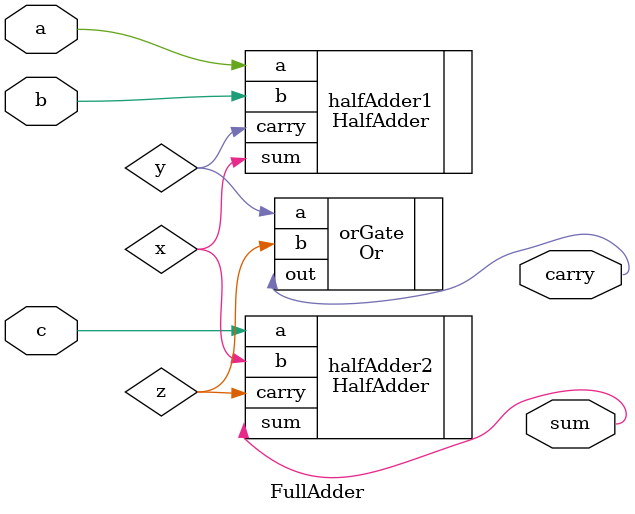
<source format=v>
module FullAdder (
  input a,
  input b,
  input c,
  output sum,
  output carry
);

  //HalfAdder(a=a,b=b,sum=x,carry=y);
  HalfAdder halfAdder1 (
    .a(a),
    .b(b),
    .sum(x),
    .carry(y)
  );

  //HalfAdder(a=c,b=x,sum=sum,carry=z);
  HalfAdder halfAdder2 (
    .a(c),
    .b(x),
    .sum(sum),
    .carry(z)
  );

  //Or(a=y,b=z,out=carry);
  Or orGate (
    .a(y),
    .b(z),
    .out(carry)
  );

endmodule

</source>
